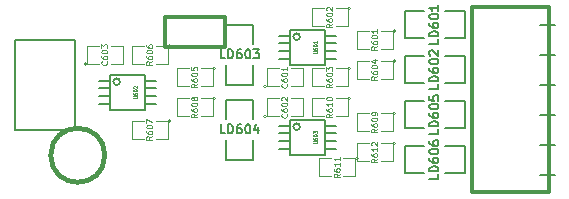
<source format=gto>
G04 (created by PCBNEW (2013-07-07 BZR 4022)-stable) date 28/01/2014 11:02:56*
%MOIN*%
G04 Gerber Fmt 3.4, Leading zero omitted, Abs format*
%FSLAX34Y34*%
G01*
G70*
G90*
G04 APERTURE LIST*
%ADD10C,0.00590551*%
%ADD11C,0.005*%
%ADD12C,0.0039*%
%ADD13C,0.012*%
%ADD14C,0.008*%
%ADD15C,0.015*%
%ADD16C,0.0043*%
%ADD17C,0.0028*%
G04 APERTURE END LIST*
G54D10*
G54D11*
X77450Y-62500D02*
X76550Y-62500D01*
X76550Y-62500D02*
X76550Y-63150D01*
X77450Y-63850D02*
X77450Y-64500D01*
X77450Y-64500D02*
X76550Y-64500D01*
X76550Y-64500D02*
X76550Y-63850D01*
X77450Y-63150D02*
X77450Y-62500D01*
X82500Y-62550D02*
X82500Y-63450D01*
X82500Y-63450D02*
X83150Y-63450D01*
X83850Y-62550D02*
X84500Y-62550D01*
X84500Y-62550D02*
X84500Y-63450D01*
X84500Y-63450D02*
X83850Y-63450D01*
X83150Y-62550D02*
X82500Y-62550D01*
X82500Y-61050D02*
X82500Y-61950D01*
X82500Y-61950D02*
X83150Y-61950D01*
X83850Y-61050D02*
X84500Y-61050D01*
X84500Y-61050D02*
X84500Y-61950D01*
X84500Y-61950D02*
X83850Y-61950D01*
X83150Y-61050D02*
X82500Y-61050D01*
X82500Y-59550D02*
X82500Y-60450D01*
X82500Y-60450D02*
X83150Y-60450D01*
X83850Y-59550D02*
X84500Y-59550D01*
X84500Y-59550D02*
X84500Y-60450D01*
X84500Y-60450D02*
X83850Y-60450D01*
X83150Y-59550D02*
X82500Y-59550D01*
X82500Y-64050D02*
X82500Y-64950D01*
X82500Y-64950D02*
X83150Y-64950D01*
X83850Y-64050D02*
X84500Y-64050D01*
X84500Y-64050D02*
X84500Y-64950D01*
X84500Y-64950D02*
X83850Y-64950D01*
X83150Y-64050D02*
X82500Y-64050D01*
X76550Y-62000D02*
X77450Y-62000D01*
X77450Y-62000D02*
X77450Y-61350D01*
X76550Y-60650D02*
X76550Y-60000D01*
X76550Y-60000D02*
X77450Y-60000D01*
X77450Y-60000D02*
X77450Y-60650D01*
X76550Y-61350D02*
X76550Y-62000D01*
G54D12*
X74700Y-63200D02*
G75*
G03X74700Y-63200I-50J0D01*
G74*
G01*
X74200Y-63200D02*
X74600Y-63200D01*
X74600Y-63200D02*
X74600Y-63800D01*
X74600Y-63800D02*
X74200Y-63800D01*
X73800Y-63800D02*
X73400Y-63800D01*
X73400Y-63800D02*
X73400Y-63200D01*
X73400Y-63200D02*
X73800Y-63200D01*
X76200Y-62450D02*
G75*
G03X76200Y-62450I-50J0D01*
G74*
G01*
X75700Y-62450D02*
X76100Y-62450D01*
X76100Y-62450D02*
X76100Y-63050D01*
X76100Y-63050D02*
X75700Y-63050D01*
X75300Y-63050D02*
X74900Y-63050D01*
X74900Y-63050D02*
X74900Y-62450D01*
X74900Y-62450D02*
X75300Y-62450D01*
X80700Y-62450D02*
G75*
G03X80700Y-62450I-50J0D01*
G74*
G01*
X80200Y-62450D02*
X80600Y-62450D01*
X80600Y-62450D02*
X80600Y-63050D01*
X80600Y-63050D02*
X80200Y-63050D01*
X79800Y-63050D02*
X79400Y-63050D01*
X79400Y-63050D02*
X79400Y-62450D01*
X79400Y-62450D02*
X79800Y-62450D01*
X80700Y-61450D02*
G75*
G03X80700Y-61450I-50J0D01*
G74*
G01*
X80200Y-61450D02*
X80600Y-61450D01*
X80600Y-61450D02*
X80600Y-62050D01*
X80600Y-62050D02*
X80200Y-62050D01*
X79800Y-62050D02*
X79400Y-62050D01*
X79400Y-62050D02*
X79400Y-61450D01*
X79400Y-61450D02*
X79800Y-61450D01*
X82200Y-61200D02*
G75*
G03X82200Y-61200I-50J0D01*
G74*
G01*
X81700Y-61200D02*
X82100Y-61200D01*
X82100Y-61200D02*
X82100Y-61800D01*
X82100Y-61800D02*
X81700Y-61800D01*
X81300Y-61800D02*
X80900Y-61800D01*
X80900Y-61800D02*
X80900Y-61200D01*
X80900Y-61200D02*
X81300Y-61200D01*
X77900Y-63050D02*
G75*
G03X77900Y-63050I-50J0D01*
G74*
G01*
X78300Y-63050D02*
X77900Y-63050D01*
X77900Y-63050D02*
X77900Y-62450D01*
X77900Y-62450D02*
X78300Y-62450D01*
X78700Y-62450D02*
X79100Y-62450D01*
X79100Y-62450D02*
X79100Y-63050D01*
X79100Y-63050D02*
X78700Y-63050D01*
X82200Y-60200D02*
G75*
G03X82200Y-60200I-50J0D01*
G74*
G01*
X81700Y-60200D02*
X82100Y-60200D01*
X82100Y-60200D02*
X82100Y-60800D01*
X82100Y-60800D02*
X81700Y-60800D01*
X81300Y-60800D02*
X80900Y-60800D01*
X80900Y-60800D02*
X80900Y-60200D01*
X80900Y-60200D02*
X81300Y-60200D01*
X80700Y-59450D02*
G75*
G03X80700Y-59450I-50J0D01*
G74*
G01*
X80200Y-59450D02*
X80600Y-59450D01*
X80600Y-59450D02*
X80600Y-60050D01*
X80600Y-60050D02*
X80200Y-60050D01*
X79800Y-60050D02*
X79400Y-60050D01*
X79400Y-60050D02*
X79400Y-59450D01*
X79400Y-59450D02*
X79800Y-59450D01*
X76200Y-61450D02*
G75*
G03X76200Y-61450I-50J0D01*
G74*
G01*
X75700Y-61450D02*
X76100Y-61450D01*
X76100Y-61450D02*
X76100Y-62050D01*
X76100Y-62050D02*
X75700Y-62050D01*
X75300Y-62050D02*
X74900Y-62050D01*
X74900Y-62050D02*
X74900Y-61450D01*
X74900Y-61450D02*
X75300Y-61450D01*
X74700Y-60700D02*
G75*
G03X74700Y-60700I-50J0D01*
G74*
G01*
X74200Y-60700D02*
X74600Y-60700D01*
X74600Y-60700D02*
X74600Y-61300D01*
X74600Y-61300D02*
X74200Y-61300D01*
X73800Y-61300D02*
X73400Y-61300D01*
X73400Y-61300D02*
X73400Y-60700D01*
X73400Y-60700D02*
X73800Y-60700D01*
X77900Y-62050D02*
G75*
G03X77900Y-62050I-50J0D01*
G74*
G01*
X78300Y-62050D02*
X77900Y-62050D01*
X77900Y-62050D02*
X77900Y-61450D01*
X77900Y-61450D02*
X78300Y-61450D01*
X78700Y-61450D02*
X79100Y-61450D01*
X79100Y-61450D02*
X79100Y-62050D01*
X79100Y-62050D02*
X78700Y-62050D01*
X82200Y-62950D02*
G75*
G03X82200Y-62950I-50J0D01*
G74*
G01*
X81700Y-62950D02*
X82100Y-62950D01*
X82100Y-62950D02*
X82100Y-63550D01*
X82100Y-63550D02*
X81700Y-63550D01*
X81300Y-63550D02*
X80900Y-63550D01*
X80900Y-63550D02*
X80900Y-62950D01*
X80900Y-62950D02*
X81300Y-62950D01*
X71900Y-61300D02*
G75*
G03X71900Y-61300I-50J0D01*
G74*
G01*
X72300Y-61300D02*
X71900Y-61300D01*
X71900Y-61300D02*
X71900Y-60700D01*
X71900Y-60700D02*
X72300Y-60700D01*
X72700Y-60700D02*
X73100Y-60700D01*
X73100Y-60700D02*
X73100Y-61300D01*
X73100Y-61300D02*
X72700Y-61300D01*
X82200Y-63950D02*
G75*
G03X82200Y-63950I-50J0D01*
G74*
G01*
X81700Y-63950D02*
X82100Y-63950D01*
X82100Y-63950D02*
X82100Y-64550D01*
X82100Y-64550D02*
X81700Y-64550D01*
X81300Y-64550D02*
X80900Y-64550D01*
X80900Y-64550D02*
X80900Y-63950D01*
X80900Y-63950D02*
X81300Y-63950D01*
X80950Y-64450D02*
G75*
G03X80950Y-64450I-50J0D01*
G74*
G01*
X80450Y-64450D02*
X80850Y-64450D01*
X80850Y-64450D02*
X80850Y-65050D01*
X80850Y-65050D02*
X80450Y-65050D01*
X80050Y-65050D02*
X79650Y-65050D01*
X79650Y-65050D02*
X79650Y-64450D01*
X79650Y-64450D02*
X80050Y-64450D01*
G54D13*
X76500Y-59750D02*
X76500Y-60750D01*
X76500Y-60750D02*
X74500Y-60750D01*
X74500Y-60750D02*
X74500Y-59750D01*
X74500Y-59750D02*
X76500Y-59750D01*
G54D14*
X69500Y-63500D02*
X69500Y-60500D01*
X71500Y-60500D02*
X71500Y-63500D01*
X71500Y-63500D02*
X69500Y-63500D01*
X69500Y-60500D02*
X71500Y-60500D01*
G54D11*
X79840Y-63880D02*
X80200Y-63880D01*
X79840Y-63620D02*
X80200Y-63620D01*
X79840Y-63370D02*
X80200Y-63370D01*
X79840Y-64130D02*
X80200Y-64130D01*
X78660Y-64130D02*
X78300Y-64130D01*
X78660Y-63880D02*
X78300Y-63880D01*
X78660Y-63370D02*
X78300Y-63370D01*
X78660Y-63620D02*
X78300Y-63620D01*
X79006Y-63396D02*
G75*
G03X79006Y-63396I-111J0D01*
G74*
G01*
X79841Y-64341D02*
X79841Y-63159D01*
X79841Y-63159D02*
X78659Y-63159D01*
X78659Y-63159D02*
X78659Y-64341D01*
X78659Y-64341D02*
X79841Y-64341D01*
X73840Y-62380D02*
X74200Y-62380D01*
X73840Y-62120D02*
X74200Y-62120D01*
X73840Y-61870D02*
X74200Y-61870D01*
X73840Y-62630D02*
X74200Y-62630D01*
X72660Y-62630D02*
X72300Y-62630D01*
X72660Y-62380D02*
X72300Y-62380D01*
X72660Y-61870D02*
X72300Y-61870D01*
X72660Y-62120D02*
X72300Y-62120D01*
X73006Y-61896D02*
G75*
G03X73006Y-61896I-111J0D01*
G74*
G01*
X73841Y-62841D02*
X73841Y-61659D01*
X73841Y-61659D02*
X72659Y-61659D01*
X72659Y-61659D02*
X72659Y-62841D01*
X72659Y-62841D02*
X73841Y-62841D01*
X79840Y-60880D02*
X80200Y-60880D01*
X79840Y-60620D02*
X80200Y-60620D01*
X79840Y-60370D02*
X80200Y-60370D01*
X79840Y-61130D02*
X80200Y-61130D01*
X78660Y-61130D02*
X78300Y-61130D01*
X78660Y-60880D02*
X78300Y-60880D01*
X78660Y-60370D02*
X78300Y-60370D01*
X78660Y-60620D02*
X78300Y-60620D01*
X79006Y-60396D02*
G75*
G03X79006Y-60396I-111J0D01*
G74*
G01*
X79841Y-61341D02*
X79841Y-60159D01*
X79841Y-60159D02*
X78659Y-60159D01*
X78659Y-60159D02*
X78659Y-61341D01*
X78659Y-61341D02*
X79841Y-61341D01*
G54D10*
X87000Y-65000D02*
X87500Y-65000D01*
X87000Y-64000D02*
X87500Y-64000D01*
X87000Y-63000D02*
X87500Y-63000D01*
X87000Y-62000D02*
X87500Y-62000D01*
X87000Y-61000D02*
X87500Y-61000D01*
X87000Y-60000D02*
X87500Y-60000D01*
G54D13*
X84740Y-59409D02*
X87259Y-59409D01*
X87299Y-59409D02*
X87299Y-65590D01*
X87259Y-65590D02*
X84740Y-65590D01*
X84740Y-65590D02*
X84740Y-59409D01*
G54D15*
X72500Y-64350D02*
G75*
G03X72500Y-64350I-900J0D01*
G74*
G01*
G54D11*
X76514Y-63621D02*
X76371Y-63621D01*
X76371Y-63321D01*
X76614Y-63621D02*
X76614Y-63321D01*
X76685Y-63321D01*
X76728Y-63335D01*
X76757Y-63364D01*
X76771Y-63392D01*
X76785Y-63450D01*
X76785Y-63492D01*
X76771Y-63550D01*
X76757Y-63578D01*
X76728Y-63607D01*
X76685Y-63621D01*
X76614Y-63621D01*
X77042Y-63321D02*
X76985Y-63321D01*
X76957Y-63335D01*
X76942Y-63350D01*
X76914Y-63392D01*
X76900Y-63450D01*
X76900Y-63564D01*
X76914Y-63592D01*
X76928Y-63607D01*
X76957Y-63621D01*
X77014Y-63621D01*
X77042Y-63607D01*
X77057Y-63592D01*
X77071Y-63564D01*
X77071Y-63492D01*
X77057Y-63464D01*
X77042Y-63450D01*
X77014Y-63435D01*
X76957Y-63435D01*
X76928Y-63450D01*
X76914Y-63464D01*
X76900Y-63492D01*
X77257Y-63321D02*
X77285Y-63321D01*
X77314Y-63335D01*
X77328Y-63350D01*
X77342Y-63378D01*
X77357Y-63435D01*
X77357Y-63507D01*
X77342Y-63564D01*
X77328Y-63592D01*
X77314Y-63607D01*
X77285Y-63621D01*
X77257Y-63621D01*
X77228Y-63607D01*
X77214Y-63592D01*
X77200Y-63564D01*
X77185Y-63507D01*
X77185Y-63435D01*
X77200Y-63378D01*
X77214Y-63350D01*
X77228Y-63335D01*
X77257Y-63321D01*
X77614Y-63421D02*
X77614Y-63621D01*
X77542Y-63307D02*
X77471Y-63521D01*
X77657Y-63521D01*
X83621Y-63485D02*
X83621Y-63628D01*
X83321Y-63628D01*
X83621Y-63385D02*
X83321Y-63385D01*
X83321Y-63314D01*
X83335Y-63271D01*
X83364Y-63242D01*
X83392Y-63228D01*
X83450Y-63214D01*
X83492Y-63214D01*
X83550Y-63228D01*
X83578Y-63242D01*
X83607Y-63271D01*
X83621Y-63314D01*
X83621Y-63385D01*
X83321Y-62957D02*
X83321Y-63014D01*
X83335Y-63042D01*
X83350Y-63057D01*
X83392Y-63085D01*
X83450Y-63099D01*
X83564Y-63099D01*
X83592Y-63085D01*
X83607Y-63071D01*
X83621Y-63042D01*
X83621Y-62985D01*
X83607Y-62957D01*
X83592Y-62942D01*
X83564Y-62928D01*
X83492Y-62928D01*
X83464Y-62942D01*
X83450Y-62957D01*
X83435Y-62985D01*
X83435Y-63042D01*
X83450Y-63071D01*
X83464Y-63085D01*
X83492Y-63099D01*
X83321Y-62742D02*
X83321Y-62714D01*
X83335Y-62685D01*
X83350Y-62671D01*
X83378Y-62657D01*
X83435Y-62642D01*
X83507Y-62642D01*
X83564Y-62657D01*
X83592Y-62671D01*
X83607Y-62685D01*
X83621Y-62714D01*
X83621Y-62742D01*
X83607Y-62771D01*
X83592Y-62785D01*
X83564Y-62799D01*
X83507Y-62814D01*
X83435Y-62814D01*
X83378Y-62799D01*
X83350Y-62785D01*
X83335Y-62771D01*
X83321Y-62742D01*
X83321Y-62371D02*
X83321Y-62514D01*
X83464Y-62528D01*
X83450Y-62514D01*
X83435Y-62485D01*
X83435Y-62414D01*
X83450Y-62385D01*
X83464Y-62371D01*
X83492Y-62357D01*
X83564Y-62357D01*
X83592Y-62371D01*
X83607Y-62385D01*
X83621Y-62414D01*
X83621Y-62485D01*
X83607Y-62514D01*
X83592Y-62528D01*
X83621Y-61985D02*
X83621Y-62128D01*
X83321Y-62128D01*
X83621Y-61885D02*
X83321Y-61885D01*
X83321Y-61814D01*
X83335Y-61771D01*
X83364Y-61742D01*
X83392Y-61728D01*
X83450Y-61714D01*
X83492Y-61714D01*
X83550Y-61728D01*
X83578Y-61742D01*
X83607Y-61771D01*
X83621Y-61814D01*
X83621Y-61885D01*
X83321Y-61457D02*
X83321Y-61514D01*
X83335Y-61542D01*
X83350Y-61557D01*
X83392Y-61585D01*
X83450Y-61599D01*
X83564Y-61599D01*
X83592Y-61585D01*
X83607Y-61571D01*
X83621Y-61542D01*
X83621Y-61485D01*
X83607Y-61457D01*
X83592Y-61442D01*
X83564Y-61428D01*
X83492Y-61428D01*
X83464Y-61442D01*
X83450Y-61457D01*
X83435Y-61485D01*
X83435Y-61542D01*
X83450Y-61571D01*
X83464Y-61585D01*
X83492Y-61599D01*
X83321Y-61242D02*
X83321Y-61214D01*
X83335Y-61185D01*
X83350Y-61171D01*
X83378Y-61157D01*
X83435Y-61142D01*
X83507Y-61142D01*
X83564Y-61157D01*
X83592Y-61171D01*
X83607Y-61185D01*
X83621Y-61214D01*
X83621Y-61242D01*
X83607Y-61271D01*
X83592Y-61285D01*
X83564Y-61299D01*
X83507Y-61314D01*
X83435Y-61314D01*
X83378Y-61299D01*
X83350Y-61285D01*
X83335Y-61271D01*
X83321Y-61242D01*
X83350Y-61028D02*
X83335Y-61014D01*
X83321Y-60985D01*
X83321Y-60914D01*
X83335Y-60885D01*
X83350Y-60871D01*
X83378Y-60857D01*
X83407Y-60857D01*
X83450Y-60871D01*
X83621Y-61042D01*
X83621Y-60857D01*
X83621Y-60485D02*
X83621Y-60628D01*
X83321Y-60628D01*
X83621Y-60385D02*
X83321Y-60385D01*
X83321Y-60314D01*
X83335Y-60271D01*
X83364Y-60242D01*
X83392Y-60228D01*
X83450Y-60214D01*
X83492Y-60214D01*
X83550Y-60228D01*
X83578Y-60242D01*
X83607Y-60271D01*
X83621Y-60314D01*
X83621Y-60385D01*
X83321Y-59957D02*
X83321Y-60014D01*
X83335Y-60042D01*
X83350Y-60057D01*
X83392Y-60085D01*
X83450Y-60099D01*
X83564Y-60099D01*
X83592Y-60085D01*
X83607Y-60071D01*
X83621Y-60042D01*
X83621Y-59985D01*
X83607Y-59957D01*
X83592Y-59942D01*
X83564Y-59928D01*
X83492Y-59928D01*
X83464Y-59942D01*
X83450Y-59957D01*
X83435Y-59985D01*
X83435Y-60042D01*
X83450Y-60071D01*
X83464Y-60085D01*
X83492Y-60099D01*
X83321Y-59742D02*
X83321Y-59714D01*
X83335Y-59685D01*
X83350Y-59671D01*
X83378Y-59657D01*
X83435Y-59642D01*
X83507Y-59642D01*
X83564Y-59657D01*
X83592Y-59671D01*
X83607Y-59685D01*
X83621Y-59714D01*
X83621Y-59742D01*
X83607Y-59771D01*
X83592Y-59785D01*
X83564Y-59799D01*
X83507Y-59814D01*
X83435Y-59814D01*
X83378Y-59799D01*
X83350Y-59785D01*
X83335Y-59771D01*
X83321Y-59742D01*
X83621Y-59357D02*
X83621Y-59528D01*
X83621Y-59442D02*
X83321Y-59442D01*
X83364Y-59471D01*
X83392Y-59500D01*
X83407Y-59528D01*
X83621Y-64985D02*
X83621Y-65128D01*
X83321Y-65128D01*
X83621Y-64885D02*
X83321Y-64885D01*
X83321Y-64814D01*
X83335Y-64771D01*
X83364Y-64742D01*
X83392Y-64728D01*
X83450Y-64714D01*
X83492Y-64714D01*
X83550Y-64728D01*
X83578Y-64742D01*
X83607Y-64771D01*
X83621Y-64814D01*
X83621Y-64885D01*
X83321Y-64457D02*
X83321Y-64514D01*
X83335Y-64542D01*
X83350Y-64557D01*
X83392Y-64585D01*
X83450Y-64599D01*
X83564Y-64599D01*
X83592Y-64585D01*
X83607Y-64571D01*
X83621Y-64542D01*
X83621Y-64485D01*
X83607Y-64457D01*
X83592Y-64442D01*
X83564Y-64428D01*
X83492Y-64428D01*
X83464Y-64442D01*
X83450Y-64457D01*
X83435Y-64485D01*
X83435Y-64542D01*
X83450Y-64571D01*
X83464Y-64585D01*
X83492Y-64599D01*
X83321Y-64242D02*
X83321Y-64214D01*
X83335Y-64185D01*
X83350Y-64171D01*
X83378Y-64157D01*
X83435Y-64142D01*
X83507Y-64142D01*
X83564Y-64157D01*
X83592Y-64171D01*
X83607Y-64185D01*
X83621Y-64214D01*
X83621Y-64242D01*
X83607Y-64271D01*
X83592Y-64285D01*
X83564Y-64299D01*
X83507Y-64314D01*
X83435Y-64314D01*
X83378Y-64299D01*
X83350Y-64285D01*
X83335Y-64271D01*
X83321Y-64242D01*
X83321Y-63885D02*
X83321Y-63942D01*
X83335Y-63971D01*
X83350Y-63985D01*
X83392Y-64014D01*
X83450Y-64028D01*
X83564Y-64028D01*
X83592Y-64014D01*
X83607Y-64000D01*
X83621Y-63971D01*
X83621Y-63914D01*
X83607Y-63885D01*
X83592Y-63871D01*
X83564Y-63857D01*
X83492Y-63857D01*
X83464Y-63871D01*
X83450Y-63885D01*
X83435Y-63914D01*
X83435Y-63971D01*
X83450Y-64000D01*
X83464Y-64014D01*
X83492Y-64028D01*
X76514Y-61121D02*
X76371Y-61121D01*
X76371Y-60821D01*
X76614Y-61121D02*
X76614Y-60821D01*
X76685Y-60821D01*
X76728Y-60835D01*
X76757Y-60864D01*
X76771Y-60892D01*
X76785Y-60950D01*
X76785Y-60992D01*
X76771Y-61050D01*
X76757Y-61078D01*
X76728Y-61107D01*
X76685Y-61121D01*
X76614Y-61121D01*
X77042Y-60821D02*
X76985Y-60821D01*
X76957Y-60835D01*
X76942Y-60850D01*
X76914Y-60892D01*
X76900Y-60950D01*
X76900Y-61064D01*
X76914Y-61092D01*
X76928Y-61107D01*
X76957Y-61121D01*
X77014Y-61121D01*
X77042Y-61107D01*
X77057Y-61092D01*
X77071Y-61064D01*
X77071Y-60992D01*
X77057Y-60964D01*
X77042Y-60950D01*
X77014Y-60935D01*
X76957Y-60935D01*
X76928Y-60950D01*
X76914Y-60964D01*
X76900Y-60992D01*
X77257Y-60821D02*
X77285Y-60821D01*
X77314Y-60835D01*
X77328Y-60850D01*
X77342Y-60878D01*
X77357Y-60935D01*
X77357Y-61007D01*
X77342Y-61064D01*
X77328Y-61092D01*
X77314Y-61107D01*
X77285Y-61121D01*
X77257Y-61121D01*
X77228Y-61107D01*
X77214Y-61092D01*
X77200Y-61064D01*
X77185Y-61007D01*
X77185Y-60935D01*
X77200Y-60878D01*
X77214Y-60850D01*
X77228Y-60835D01*
X77257Y-60821D01*
X77457Y-60821D02*
X77642Y-60821D01*
X77542Y-60935D01*
X77585Y-60935D01*
X77614Y-60950D01*
X77628Y-60964D01*
X77642Y-60992D01*
X77642Y-61064D01*
X77628Y-61092D01*
X77614Y-61107D01*
X77585Y-61121D01*
X77500Y-61121D01*
X77471Y-61107D01*
X77457Y-61092D01*
G54D16*
X74079Y-63720D02*
X73985Y-63786D01*
X74079Y-63833D02*
X73882Y-63833D01*
X73882Y-63757D01*
X73892Y-63739D01*
X73901Y-63729D01*
X73920Y-63720D01*
X73948Y-63720D01*
X73967Y-63729D01*
X73976Y-63739D01*
X73985Y-63757D01*
X73985Y-63833D01*
X73882Y-63551D02*
X73882Y-63589D01*
X73892Y-63607D01*
X73901Y-63617D01*
X73929Y-63636D01*
X73967Y-63645D01*
X74042Y-63645D01*
X74060Y-63636D01*
X74070Y-63626D01*
X74079Y-63607D01*
X74079Y-63570D01*
X74070Y-63551D01*
X74060Y-63542D01*
X74042Y-63532D01*
X73995Y-63532D01*
X73976Y-63542D01*
X73967Y-63551D01*
X73957Y-63570D01*
X73957Y-63607D01*
X73967Y-63626D01*
X73976Y-63636D01*
X73995Y-63645D01*
X73882Y-63410D02*
X73882Y-63392D01*
X73892Y-63373D01*
X73901Y-63363D01*
X73920Y-63354D01*
X73957Y-63345D01*
X74004Y-63345D01*
X74042Y-63354D01*
X74060Y-63363D01*
X74070Y-63373D01*
X74079Y-63392D01*
X74079Y-63410D01*
X74070Y-63429D01*
X74060Y-63439D01*
X74042Y-63448D01*
X74004Y-63457D01*
X73957Y-63457D01*
X73920Y-63448D01*
X73901Y-63439D01*
X73892Y-63429D01*
X73882Y-63410D01*
X73882Y-63279D02*
X73882Y-63148D01*
X74079Y-63232D01*
X75579Y-62970D02*
X75485Y-63036D01*
X75579Y-63083D02*
X75382Y-63083D01*
X75382Y-63007D01*
X75392Y-62989D01*
X75401Y-62979D01*
X75420Y-62970D01*
X75448Y-62970D01*
X75467Y-62979D01*
X75476Y-62989D01*
X75485Y-63007D01*
X75485Y-63083D01*
X75382Y-62801D02*
X75382Y-62839D01*
X75392Y-62857D01*
X75401Y-62867D01*
X75429Y-62886D01*
X75467Y-62895D01*
X75542Y-62895D01*
X75560Y-62886D01*
X75570Y-62876D01*
X75579Y-62857D01*
X75579Y-62820D01*
X75570Y-62801D01*
X75560Y-62792D01*
X75542Y-62782D01*
X75495Y-62782D01*
X75476Y-62792D01*
X75467Y-62801D01*
X75457Y-62820D01*
X75457Y-62857D01*
X75467Y-62876D01*
X75476Y-62886D01*
X75495Y-62895D01*
X75382Y-62660D02*
X75382Y-62642D01*
X75392Y-62623D01*
X75401Y-62613D01*
X75420Y-62604D01*
X75457Y-62595D01*
X75504Y-62595D01*
X75542Y-62604D01*
X75560Y-62613D01*
X75570Y-62623D01*
X75579Y-62642D01*
X75579Y-62660D01*
X75570Y-62679D01*
X75560Y-62689D01*
X75542Y-62698D01*
X75504Y-62707D01*
X75457Y-62707D01*
X75420Y-62698D01*
X75401Y-62689D01*
X75392Y-62679D01*
X75382Y-62660D01*
X75467Y-62482D02*
X75457Y-62501D01*
X75448Y-62510D01*
X75429Y-62520D01*
X75420Y-62520D01*
X75401Y-62510D01*
X75392Y-62501D01*
X75382Y-62482D01*
X75382Y-62445D01*
X75392Y-62426D01*
X75401Y-62416D01*
X75420Y-62407D01*
X75429Y-62407D01*
X75448Y-62416D01*
X75457Y-62426D01*
X75467Y-62445D01*
X75467Y-62482D01*
X75476Y-62501D01*
X75485Y-62510D01*
X75504Y-62520D01*
X75542Y-62520D01*
X75560Y-62510D01*
X75570Y-62501D01*
X75579Y-62482D01*
X75579Y-62445D01*
X75570Y-62426D01*
X75560Y-62416D01*
X75542Y-62407D01*
X75504Y-62407D01*
X75485Y-62416D01*
X75476Y-62426D01*
X75467Y-62445D01*
X80079Y-62970D02*
X79985Y-63036D01*
X80079Y-63083D02*
X79882Y-63083D01*
X79882Y-63007D01*
X79892Y-62989D01*
X79901Y-62979D01*
X79920Y-62970D01*
X79948Y-62970D01*
X79967Y-62979D01*
X79976Y-62989D01*
X79985Y-63007D01*
X79985Y-63083D01*
X79882Y-62801D02*
X79882Y-62839D01*
X79892Y-62857D01*
X79901Y-62867D01*
X79929Y-62886D01*
X79967Y-62895D01*
X80042Y-62895D01*
X80060Y-62886D01*
X80070Y-62876D01*
X80079Y-62857D01*
X80079Y-62820D01*
X80070Y-62801D01*
X80060Y-62792D01*
X80042Y-62782D01*
X79995Y-62782D01*
X79976Y-62792D01*
X79967Y-62801D01*
X79957Y-62820D01*
X79957Y-62857D01*
X79967Y-62876D01*
X79976Y-62886D01*
X79995Y-62895D01*
X80079Y-62595D02*
X80079Y-62707D01*
X80079Y-62651D02*
X79882Y-62651D01*
X79910Y-62670D01*
X79929Y-62689D01*
X79939Y-62707D01*
X79882Y-62473D02*
X79882Y-62454D01*
X79892Y-62435D01*
X79901Y-62426D01*
X79920Y-62416D01*
X79957Y-62407D01*
X80004Y-62407D01*
X80042Y-62416D01*
X80060Y-62426D01*
X80070Y-62435D01*
X80079Y-62454D01*
X80079Y-62473D01*
X80070Y-62492D01*
X80060Y-62501D01*
X80042Y-62510D01*
X80004Y-62520D01*
X79957Y-62520D01*
X79920Y-62510D01*
X79901Y-62501D01*
X79892Y-62492D01*
X79882Y-62473D01*
X80079Y-61970D02*
X79985Y-62036D01*
X80079Y-62083D02*
X79882Y-62083D01*
X79882Y-62007D01*
X79892Y-61989D01*
X79901Y-61979D01*
X79920Y-61970D01*
X79948Y-61970D01*
X79967Y-61979D01*
X79976Y-61989D01*
X79985Y-62007D01*
X79985Y-62083D01*
X79882Y-61801D02*
X79882Y-61839D01*
X79892Y-61857D01*
X79901Y-61867D01*
X79929Y-61886D01*
X79967Y-61895D01*
X80042Y-61895D01*
X80060Y-61886D01*
X80070Y-61876D01*
X80079Y-61857D01*
X80079Y-61820D01*
X80070Y-61801D01*
X80060Y-61792D01*
X80042Y-61782D01*
X79995Y-61782D01*
X79976Y-61792D01*
X79967Y-61801D01*
X79957Y-61820D01*
X79957Y-61857D01*
X79967Y-61876D01*
X79976Y-61886D01*
X79995Y-61895D01*
X79882Y-61660D02*
X79882Y-61642D01*
X79892Y-61623D01*
X79901Y-61613D01*
X79920Y-61604D01*
X79957Y-61595D01*
X80004Y-61595D01*
X80042Y-61604D01*
X80060Y-61613D01*
X80070Y-61623D01*
X80079Y-61642D01*
X80079Y-61660D01*
X80070Y-61679D01*
X80060Y-61689D01*
X80042Y-61698D01*
X80004Y-61707D01*
X79957Y-61707D01*
X79920Y-61698D01*
X79901Y-61689D01*
X79892Y-61679D01*
X79882Y-61660D01*
X79882Y-61529D02*
X79882Y-61407D01*
X79957Y-61473D01*
X79957Y-61445D01*
X79967Y-61426D01*
X79976Y-61416D01*
X79995Y-61407D01*
X80042Y-61407D01*
X80060Y-61416D01*
X80070Y-61426D01*
X80079Y-61445D01*
X80079Y-61501D01*
X80070Y-61520D01*
X80060Y-61529D01*
X81579Y-61720D02*
X81485Y-61786D01*
X81579Y-61833D02*
X81382Y-61833D01*
X81382Y-61757D01*
X81392Y-61739D01*
X81401Y-61729D01*
X81420Y-61720D01*
X81448Y-61720D01*
X81467Y-61729D01*
X81476Y-61739D01*
X81485Y-61757D01*
X81485Y-61833D01*
X81382Y-61551D02*
X81382Y-61589D01*
X81392Y-61607D01*
X81401Y-61617D01*
X81429Y-61636D01*
X81467Y-61645D01*
X81542Y-61645D01*
X81560Y-61636D01*
X81570Y-61626D01*
X81579Y-61607D01*
X81579Y-61570D01*
X81570Y-61551D01*
X81560Y-61542D01*
X81542Y-61532D01*
X81495Y-61532D01*
X81476Y-61542D01*
X81467Y-61551D01*
X81457Y-61570D01*
X81457Y-61607D01*
X81467Y-61626D01*
X81476Y-61636D01*
X81495Y-61645D01*
X81382Y-61410D02*
X81382Y-61392D01*
X81392Y-61373D01*
X81401Y-61363D01*
X81420Y-61354D01*
X81457Y-61345D01*
X81504Y-61345D01*
X81542Y-61354D01*
X81560Y-61363D01*
X81570Y-61373D01*
X81579Y-61392D01*
X81579Y-61410D01*
X81570Y-61429D01*
X81560Y-61439D01*
X81542Y-61448D01*
X81504Y-61457D01*
X81457Y-61457D01*
X81420Y-61448D01*
X81401Y-61439D01*
X81392Y-61429D01*
X81382Y-61410D01*
X81448Y-61176D02*
X81579Y-61176D01*
X81373Y-61223D02*
X81514Y-61270D01*
X81514Y-61148D01*
X78560Y-62970D02*
X78570Y-62979D01*
X78579Y-63007D01*
X78579Y-63026D01*
X78570Y-63054D01*
X78551Y-63073D01*
X78532Y-63083D01*
X78495Y-63092D01*
X78467Y-63092D01*
X78429Y-63083D01*
X78410Y-63073D01*
X78392Y-63054D01*
X78382Y-63026D01*
X78382Y-63007D01*
X78392Y-62979D01*
X78401Y-62970D01*
X78382Y-62801D02*
X78382Y-62839D01*
X78392Y-62857D01*
X78401Y-62867D01*
X78429Y-62886D01*
X78467Y-62895D01*
X78542Y-62895D01*
X78560Y-62886D01*
X78570Y-62876D01*
X78579Y-62857D01*
X78579Y-62820D01*
X78570Y-62801D01*
X78560Y-62792D01*
X78542Y-62782D01*
X78495Y-62782D01*
X78476Y-62792D01*
X78467Y-62801D01*
X78457Y-62820D01*
X78457Y-62857D01*
X78467Y-62876D01*
X78476Y-62886D01*
X78495Y-62895D01*
X78382Y-62660D02*
X78382Y-62642D01*
X78392Y-62623D01*
X78401Y-62613D01*
X78420Y-62604D01*
X78457Y-62595D01*
X78504Y-62595D01*
X78542Y-62604D01*
X78560Y-62613D01*
X78570Y-62623D01*
X78579Y-62642D01*
X78579Y-62660D01*
X78570Y-62679D01*
X78560Y-62689D01*
X78542Y-62698D01*
X78504Y-62707D01*
X78457Y-62707D01*
X78420Y-62698D01*
X78401Y-62689D01*
X78392Y-62679D01*
X78382Y-62660D01*
X78401Y-62520D02*
X78392Y-62510D01*
X78382Y-62492D01*
X78382Y-62445D01*
X78392Y-62426D01*
X78401Y-62416D01*
X78420Y-62407D01*
X78439Y-62407D01*
X78467Y-62416D01*
X78579Y-62529D01*
X78579Y-62407D01*
X81579Y-60720D02*
X81485Y-60786D01*
X81579Y-60833D02*
X81382Y-60833D01*
X81382Y-60757D01*
X81392Y-60739D01*
X81401Y-60729D01*
X81420Y-60720D01*
X81448Y-60720D01*
X81467Y-60729D01*
X81476Y-60739D01*
X81485Y-60757D01*
X81485Y-60833D01*
X81382Y-60551D02*
X81382Y-60589D01*
X81392Y-60607D01*
X81401Y-60617D01*
X81429Y-60636D01*
X81467Y-60645D01*
X81542Y-60645D01*
X81560Y-60636D01*
X81570Y-60626D01*
X81579Y-60607D01*
X81579Y-60570D01*
X81570Y-60551D01*
X81560Y-60542D01*
X81542Y-60532D01*
X81495Y-60532D01*
X81476Y-60542D01*
X81467Y-60551D01*
X81457Y-60570D01*
X81457Y-60607D01*
X81467Y-60626D01*
X81476Y-60636D01*
X81495Y-60645D01*
X81382Y-60410D02*
X81382Y-60392D01*
X81392Y-60373D01*
X81401Y-60363D01*
X81420Y-60354D01*
X81457Y-60345D01*
X81504Y-60345D01*
X81542Y-60354D01*
X81560Y-60363D01*
X81570Y-60373D01*
X81579Y-60392D01*
X81579Y-60410D01*
X81570Y-60429D01*
X81560Y-60439D01*
X81542Y-60448D01*
X81504Y-60457D01*
X81457Y-60457D01*
X81420Y-60448D01*
X81401Y-60439D01*
X81392Y-60429D01*
X81382Y-60410D01*
X81579Y-60157D02*
X81579Y-60270D01*
X81579Y-60213D02*
X81382Y-60213D01*
X81410Y-60232D01*
X81429Y-60251D01*
X81439Y-60270D01*
X80079Y-59970D02*
X79985Y-60036D01*
X80079Y-60083D02*
X79882Y-60083D01*
X79882Y-60007D01*
X79892Y-59989D01*
X79901Y-59979D01*
X79920Y-59970D01*
X79948Y-59970D01*
X79967Y-59979D01*
X79976Y-59989D01*
X79985Y-60007D01*
X79985Y-60083D01*
X79882Y-59801D02*
X79882Y-59839D01*
X79892Y-59857D01*
X79901Y-59867D01*
X79929Y-59886D01*
X79967Y-59895D01*
X80042Y-59895D01*
X80060Y-59886D01*
X80070Y-59876D01*
X80079Y-59857D01*
X80079Y-59820D01*
X80070Y-59801D01*
X80060Y-59792D01*
X80042Y-59782D01*
X79995Y-59782D01*
X79976Y-59792D01*
X79967Y-59801D01*
X79957Y-59820D01*
X79957Y-59857D01*
X79967Y-59876D01*
X79976Y-59886D01*
X79995Y-59895D01*
X79882Y-59660D02*
X79882Y-59642D01*
X79892Y-59623D01*
X79901Y-59613D01*
X79920Y-59604D01*
X79957Y-59595D01*
X80004Y-59595D01*
X80042Y-59604D01*
X80060Y-59613D01*
X80070Y-59623D01*
X80079Y-59642D01*
X80079Y-59660D01*
X80070Y-59679D01*
X80060Y-59689D01*
X80042Y-59698D01*
X80004Y-59707D01*
X79957Y-59707D01*
X79920Y-59698D01*
X79901Y-59689D01*
X79892Y-59679D01*
X79882Y-59660D01*
X79901Y-59520D02*
X79892Y-59510D01*
X79882Y-59492D01*
X79882Y-59445D01*
X79892Y-59426D01*
X79901Y-59416D01*
X79920Y-59407D01*
X79939Y-59407D01*
X79967Y-59416D01*
X80079Y-59529D01*
X80079Y-59407D01*
X75579Y-61970D02*
X75485Y-62036D01*
X75579Y-62083D02*
X75382Y-62083D01*
X75382Y-62007D01*
X75392Y-61989D01*
X75401Y-61979D01*
X75420Y-61970D01*
X75448Y-61970D01*
X75467Y-61979D01*
X75476Y-61989D01*
X75485Y-62007D01*
X75485Y-62083D01*
X75382Y-61801D02*
X75382Y-61839D01*
X75392Y-61857D01*
X75401Y-61867D01*
X75429Y-61886D01*
X75467Y-61895D01*
X75542Y-61895D01*
X75560Y-61886D01*
X75570Y-61876D01*
X75579Y-61857D01*
X75579Y-61820D01*
X75570Y-61801D01*
X75560Y-61792D01*
X75542Y-61782D01*
X75495Y-61782D01*
X75476Y-61792D01*
X75467Y-61801D01*
X75457Y-61820D01*
X75457Y-61857D01*
X75467Y-61876D01*
X75476Y-61886D01*
X75495Y-61895D01*
X75382Y-61660D02*
X75382Y-61642D01*
X75392Y-61623D01*
X75401Y-61613D01*
X75420Y-61604D01*
X75457Y-61595D01*
X75504Y-61595D01*
X75542Y-61604D01*
X75560Y-61613D01*
X75570Y-61623D01*
X75579Y-61642D01*
X75579Y-61660D01*
X75570Y-61679D01*
X75560Y-61689D01*
X75542Y-61698D01*
X75504Y-61707D01*
X75457Y-61707D01*
X75420Y-61698D01*
X75401Y-61689D01*
X75392Y-61679D01*
X75382Y-61660D01*
X75382Y-61416D02*
X75382Y-61510D01*
X75476Y-61520D01*
X75467Y-61510D01*
X75457Y-61492D01*
X75457Y-61445D01*
X75467Y-61426D01*
X75476Y-61416D01*
X75495Y-61407D01*
X75542Y-61407D01*
X75560Y-61416D01*
X75570Y-61426D01*
X75579Y-61445D01*
X75579Y-61492D01*
X75570Y-61510D01*
X75560Y-61520D01*
X74079Y-61220D02*
X73985Y-61286D01*
X74079Y-61333D02*
X73882Y-61333D01*
X73882Y-61257D01*
X73892Y-61239D01*
X73901Y-61229D01*
X73920Y-61220D01*
X73948Y-61220D01*
X73967Y-61229D01*
X73976Y-61239D01*
X73985Y-61257D01*
X73985Y-61333D01*
X73882Y-61051D02*
X73882Y-61089D01*
X73892Y-61107D01*
X73901Y-61117D01*
X73929Y-61136D01*
X73967Y-61145D01*
X74042Y-61145D01*
X74060Y-61136D01*
X74070Y-61126D01*
X74079Y-61107D01*
X74079Y-61070D01*
X74070Y-61051D01*
X74060Y-61042D01*
X74042Y-61032D01*
X73995Y-61032D01*
X73976Y-61042D01*
X73967Y-61051D01*
X73957Y-61070D01*
X73957Y-61107D01*
X73967Y-61126D01*
X73976Y-61136D01*
X73995Y-61145D01*
X73882Y-60910D02*
X73882Y-60892D01*
X73892Y-60873D01*
X73901Y-60863D01*
X73920Y-60854D01*
X73957Y-60845D01*
X74004Y-60845D01*
X74042Y-60854D01*
X74060Y-60863D01*
X74070Y-60873D01*
X74079Y-60892D01*
X74079Y-60910D01*
X74070Y-60929D01*
X74060Y-60939D01*
X74042Y-60948D01*
X74004Y-60957D01*
X73957Y-60957D01*
X73920Y-60948D01*
X73901Y-60939D01*
X73892Y-60929D01*
X73882Y-60910D01*
X73882Y-60676D02*
X73882Y-60713D01*
X73892Y-60732D01*
X73901Y-60742D01*
X73929Y-60760D01*
X73967Y-60770D01*
X74042Y-60770D01*
X74060Y-60760D01*
X74070Y-60751D01*
X74079Y-60732D01*
X74079Y-60695D01*
X74070Y-60676D01*
X74060Y-60666D01*
X74042Y-60657D01*
X73995Y-60657D01*
X73976Y-60666D01*
X73967Y-60676D01*
X73957Y-60695D01*
X73957Y-60732D01*
X73967Y-60751D01*
X73976Y-60760D01*
X73995Y-60770D01*
X78560Y-61970D02*
X78570Y-61979D01*
X78579Y-62007D01*
X78579Y-62026D01*
X78570Y-62054D01*
X78551Y-62073D01*
X78532Y-62083D01*
X78495Y-62092D01*
X78467Y-62092D01*
X78429Y-62083D01*
X78410Y-62073D01*
X78392Y-62054D01*
X78382Y-62026D01*
X78382Y-62007D01*
X78392Y-61979D01*
X78401Y-61970D01*
X78382Y-61801D02*
X78382Y-61839D01*
X78392Y-61857D01*
X78401Y-61867D01*
X78429Y-61886D01*
X78467Y-61895D01*
X78542Y-61895D01*
X78560Y-61886D01*
X78570Y-61876D01*
X78579Y-61857D01*
X78579Y-61820D01*
X78570Y-61801D01*
X78560Y-61792D01*
X78542Y-61782D01*
X78495Y-61782D01*
X78476Y-61792D01*
X78467Y-61801D01*
X78457Y-61820D01*
X78457Y-61857D01*
X78467Y-61876D01*
X78476Y-61886D01*
X78495Y-61895D01*
X78382Y-61660D02*
X78382Y-61642D01*
X78392Y-61623D01*
X78401Y-61613D01*
X78420Y-61604D01*
X78457Y-61595D01*
X78504Y-61595D01*
X78542Y-61604D01*
X78560Y-61613D01*
X78570Y-61623D01*
X78579Y-61642D01*
X78579Y-61660D01*
X78570Y-61679D01*
X78560Y-61689D01*
X78542Y-61698D01*
X78504Y-61707D01*
X78457Y-61707D01*
X78420Y-61698D01*
X78401Y-61689D01*
X78392Y-61679D01*
X78382Y-61660D01*
X78579Y-61407D02*
X78579Y-61520D01*
X78579Y-61463D02*
X78382Y-61463D01*
X78410Y-61482D01*
X78429Y-61501D01*
X78439Y-61520D01*
X81579Y-63470D02*
X81485Y-63536D01*
X81579Y-63583D02*
X81382Y-63583D01*
X81382Y-63507D01*
X81392Y-63489D01*
X81401Y-63479D01*
X81420Y-63470D01*
X81448Y-63470D01*
X81467Y-63479D01*
X81476Y-63489D01*
X81485Y-63507D01*
X81485Y-63583D01*
X81382Y-63301D02*
X81382Y-63339D01*
X81392Y-63357D01*
X81401Y-63367D01*
X81429Y-63386D01*
X81467Y-63395D01*
X81542Y-63395D01*
X81560Y-63386D01*
X81570Y-63376D01*
X81579Y-63357D01*
X81579Y-63320D01*
X81570Y-63301D01*
X81560Y-63292D01*
X81542Y-63282D01*
X81495Y-63282D01*
X81476Y-63292D01*
X81467Y-63301D01*
X81457Y-63320D01*
X81457Y-63357D01*
X81467Y-63376D01*
X81476Y-63386D01*
X81495Y-63395D01*
X81382Y-63160D02*
X81382Y-63142D01*
X81392Y-63123D01*
X81401Y-63113D01*
X81420Y-63104D01*
X81457Y-63095D01*
X81504Y-63095D01*
X81542Y-63104D01*
X81560Y-63113D01*
X81570Y-63123D01*
X81579Y-63142D01*
X81579Y-63160D01*
X81570Y-63179D01*
X81560Y-63189D01*
X81542Y-63198D01*
X81504Y-63207D01*
X81457Y-63207D01*
X81420Y-63198D01*
X81401Y-63189D01*
X81392Y-63179D01*
X81382Y-63160D01*
X81579Y-63001D02*
X81579Y-62963D01*
X81570Y-62945D01*
X81560Y-62935D01*
X81532Y-62916D01*
X81495Y-62907D01*
X81420Y-62907D01*
X81401Y-62916D01*
X81392Y-62926D01*
X81382Y-62945D01*
X81382Y-62982D01*
X81392Y-63001D01*
X81401Y-63010D01*
X81420Y-63020D01*
X81467Y-63020D01*
X81485Y-63010D01*
X81495Y-63001D01*
X81504Y-62982D01*
X81504Y-62945D01*
X81495Y-62926D01*
X81485Y-62916D01*
X81467Y-62907D01*
X72560Y-61220D02*
X72570Y-61229D01*
X72579Y-61257D01*
X72579Y-61276D01*
X72570Y-61304D01*
X72551Y-61323D01*
X72532Y-61333D01*
X72495Y-61342D01*
X72467Y-61342D01*
X72429Y-61333D01*
X72410Y-61323D01*
X72392Y-61304D01*
X72382Y-61276D01*
X72382Y-61257D01*
X72392Y-61229D01*
X72401Y-61220D01*
X72382Y-61051D02*
X72382Y-61089D01*
X72392Y-61107D01*
X72401Y-61117D01*
X72429Y-61136D01*
X72467Y-61145D01*
X72542Y-61145D01*
X72560Y-61136D01*
X72570Y-61126D01*
X72579Y-61107D01*
X72579Y-61070D01*
X72570Y-61051D01*
X72560Y-61042D01*
X72542Y-61032D01*
X72495Y-61032D01*
X72476Y-61042D01*
X72467Y-61051D01*
X72457Y-61070D01*
X72457Y-61107D01*
X72467Y-61126D01*
X72476Y-61136D01*
X72495Y-61145D01*
X72382Y-60910D02*
X72382Y-60892D01*
X72392Y-60873D01*
X72401Y-60863D01*
X72420Y-60854D01*
X72457Y-60845D01*
X72504Y-60845D01*
X72542Y-60854D01*
X72560Y-60863D01*
X72570Y-60873D01*
X72579Y-60892D01*
X72579Y-60910D01*
X72570Y-60929D01*
X72560Y-60939D01*
X72542Y-60948D01*
X72504Y-60957D01*
X72457Y-60957D01*
X72420Y-60948D01*
X72401Y-60939D01*
X72392Y-60929D01*
X72382Y-60910D01*
X72382Y-60779D02*
X72382Y-60657D01*
X72457Y-60723D01*
X72457Y-60695D01*
X72467Y-60676D01*
X72476Y-60666D01*
X72495Y-60657D01*
X72542Y-60657D01*
X72560Y-60666D01*
X72570Y-60676D01*
X72579Y-60695D01*
X72579Y-60751D01*
X72570Y-60770D01*
X72560Y-60779D01*
X81579Y-64470D02*
X81485Y-64536D01*
X81579Y-64583D02*
X81382Y-64583D01*
X81382Y-64507D01*
X81392Y-64489D01*
X81401Y-64479D01*
X81420Y-64470D01*
X81448Y-64470D01*
X81467Y-64479D01*
X81476Y-64489D01*
X81485Y-64507D01*
X81485Y-64583D01*
X81382Y-64301D02*
X81382Y-64339D01*
X81392Y-64357D01*
X81401Y-64367D01*
X81429Y-64386D01*
X81467Y-64395D01*
X81542Y-64395D01*
X81560Y-64386D01*
X81570Y-64376D01*
X81579Y-64357D01*
X81579Y-64320D01*
X81570Y-64301D01*
X81560Y-64292D01*
X81542Y-64282D01*
X81495Y-64282D01*
X81476Y-64292D01*
X81467Y-64301D01*
X81457Y-64320D01*
X81457Y-64357D01*
X81467Y-64376D01*
X81476Y-64386D01*
X81495Y-64395D01*
X81579Y-64095D02*
X81579Y-64207D01*
X81579Y-64151D02*
X81382Y-64151D01*
X81410Y-64170D01*
X81429Y-64189D01*
X81439Y-64207D01*
X81401Y-64020D02*
X81392Y-64010D01*
X81382Y-63992D01*
X81382Y-63945D01*
X81392Y-63926D01*
X81401Y-63916D01*
X81420Y-63907D01*
X81439Y-63907D01*
X81467Y-63916D01*
X81579Y-64029D01*
X81579Y-63907D01*
X80329Y-64970D02*
X80235Y-65036D01*
X80329Y-65083D02*
X80132Y-65083D01*
X80132Y-65007D01*
X80142Y-64989D01*
X80151Y-64979D01*
X80170Y-64970D01*
X80198Y-64970D01*
X80217Y-64979D01*
X80226Y-64989D01*
X80235Y-65007D01*
X80235Y-65083D01*
X80132Y-64801D02*
X80132Y-64839D01*
X80142Y-64857D01*
X80151Y-64867D01*
X80179Y-64886D01*
X80217Y-64895D01*
X80292Y-64895D01*
X80310Y-64886D01*
X80320Y-64876D01*
X80329Y-64857D01*
X80329Y-64820D01*
X80320Y-64801D01*
X80310Y-64792D01*
X80292Y-64782D01*
X80245Y-64782D01*
X80226Y-64792D01*
X80217Y-64801D01*
X80207Y-64820D01*
X80207Y-64857D01*
X80217Y-64876D01*
X80226Y-64886D01*
X80245Y-64895D01*
X80329Y-64595D02*
X80329Y-64707D01*
X80329Y-64651D02*
X80132Y-64651D01*
X80160Y-64670D01*
X80179Y-64689D01*
X80189Y-64707D01*
X80329Y-64407D02*
X80329Y-64520D01*
X80329Y-64463D02*
X80132Y-64463D01*
X80160Y-64482D01*
X80179Y-64501D01*
X80189Y-64520D01*
G54D17*
X79455Y-63952D02*
X79551Y-63952D01*
X79562Y-63946D01*
X79568Y-63941D01*
X79573Y-63929D01*
X79573Y-63907D01*
X79568Y-63896D01*
X79562Y-63890D01*
X79551Y-63884D01*
X79455Y-63884D01*
X79455Y-63778D02*
X79455Y-63800D01*
X79461Y-63811D01*
X79467Y-63817D01*
X79483Y-63828D01*
X79506Y-63834D01*
X79551Y-63834D01*
X79562Y-63828D01*
X79568Y-63823D01*
X79573Y-63811D01*
X79573Y-63789D01*
X79568Y-63778D01*
X79562Y-63772D01*
X79551Y-63766D01*
X79523Y-63766D01*
X79511Y-63772D01*
X79506Y-63778D01*
X79500Y-63789D01*
X79500Y-63811D01*
X79506Y-63823D01*
X79511Y-63828D01*
X79523Y-63834D01*
X79455Y-63693D02*
X79455Y-63682D01*
X79461Y-63671D01*
X79467Y-63665D01*
X79478Y-63660D01*
X79500Y-63654D01*
X79528Y-63654D01*
X79551Y-63660D01*
X79562Y-63665D01*
X79568Y-63671D01*
X79573Y-63682D01*
X79573Y-63693D01*
X79568Y-63705D01*
X79562Y-63710D01*
X79551Y-63716D01*
X79528Y-63721D01*
X79500Y-63721D01*
X79478Y-63716D01*
X79467Y-63710D01*
X79461Y-63705D01*
X79455Y-63693D01*
X79455Y-63615D02*
X79455Y-63542D01*
X79500Y-63581D01*
X79500Y-63564D01*
X79506Y-63553D01*
X79511Y-63547D01*
X79523Y-63542D01*
X79551Y-63542D01*
X79562Y-63547D01*
X79568Y-63553D01*
X79573Y-63564D01*
X79573Y-63598D01*
X79568Y-63609D01*
X79562Y-63615D01*
X73455Y-62452D02*
X73551Y-62452D01*
X73562Y-62446D01*
X73568Y-62441D01*
X73573Y-62429D01*
X73573Y-62407D01*
X73568Y-62396D01*
X73562Y-62390D01*
X73551Y-62384D01*
X73455Y-62384D01*
X73455Y-62278D02*
X73455Y-62300D01*
X73461Y-62311D01*
X73467Y-62317D01*
X73483Y-62328D01*
X73506Y-62334D01*
X73551Y-62334D01*
X73562Y-62328D01*
X73568Y-62323D01*
X73573Y-62311D01*
X73573Y-62289D01*
X73568Y-62278D01*
X73562Y-62272D01*
X73551Y-62266D01*
X73523Y-62266D01*
X73511Y-62272D01*
X73506Y-62278D01*
X73500Y-62289D01*
X73500Y-62311D01*
X73506Y-62323D01*
X73511Y-62328D01*
X73523Y-62334D01*
X73455Y-62193D02*
X73455Y-62182D01*
X73461Y-62171D01*
X73467Y-62165D01*
X73478Y-62160D01*
X73500Y-62154D01*
X73528Y-62154D01*
X73551Y-62160D01*
X73562Y-62165D01*
X73568Y-62171D01*
X73573Y-62182D01*
X73573Y-62193D01*
X73568Y-62205D01*
X73562Y-62210D01*
X73551Y-62216D01*
X73528Y-62221D01*
X73500Y-62221D01*
X73478Y-62216D01*
X73467Y-62210D01*
X73461Y-62205D01*
X73455Y-62193D01*
X73467Y-62109D02*
X73461Y-62103D01*
X73455Y-62092D01*
X73455Y-62064D01*
X73461Y-62053D01*
X73467Y-62047D01*
X73478Y-62042D01*
X73489Y-62042D01*
X73506Y-62047D01*
X73573Y-62115D01*
X73573Y-62042D01*
X79455Y-60952D02*
X79551Y-60952D01*
X79562Y-60946D01*
X79568Y-60941D01*
X79573Y-60929D01*
X79573Y-60907D01*
X79568Y-60896D01*
X79562Y-60890D01*
X79551Y-60884D01*
X79455Y-60884D01*
X79455Y-60778D02*
X79455Y-60800D01*
X79461Y-60811D01*
X79467Y-60817D01*
X79483Y-60828D01*
X79506Y-60834D01*
X79551Y-60834D01*
X79562Y-60828D01*
X79568Y-60823D01*
X79573Y-60811D01*
X79573Y-60789D01*
X79568Y-60778D01*
X79562Y-60772D01*
X79551Y-60766D01*
X79523Y-60766D01*
X79511Y-60772D01*
X79506Y-60778D01*
X79500Y-60789D01*
X79500Y-60811D01*
X79506Y-60823D01*
X79511Y-60828D01*
X79523Y-60834D01*
X79455Y-60693D02*
X79455Y-60682D01*
X79461Y-60671D01*
X79467Y-60665D01*
X79478Y-60660D01*
X79500Y-60654D01*
X79528Y-60654D01*
X79551Y-60660D01*
X79562Y-60665D01*
X79568Y-60671D01*
X79573Y-60682D01*
X79573Y-60693D01*
X79568Y-60705D01*
X79562Y-60710D01*
X79551Y-60716D01*
X79528Y-60721D01*
X79500Y-60721D01*
X79478Y-60716D01*
X79467Y-60710D01*
X79461Y-60705D01*
X79455Y-60693D01*
X79573Y-60542D02*
X79573Y-60609D01*
X79573Y-60575D02*
X79455Y-60575D01*
X79472Y-60587D01*
X79483Y-60598D01*
X79489Y-60609D01*
M02*

</source>
